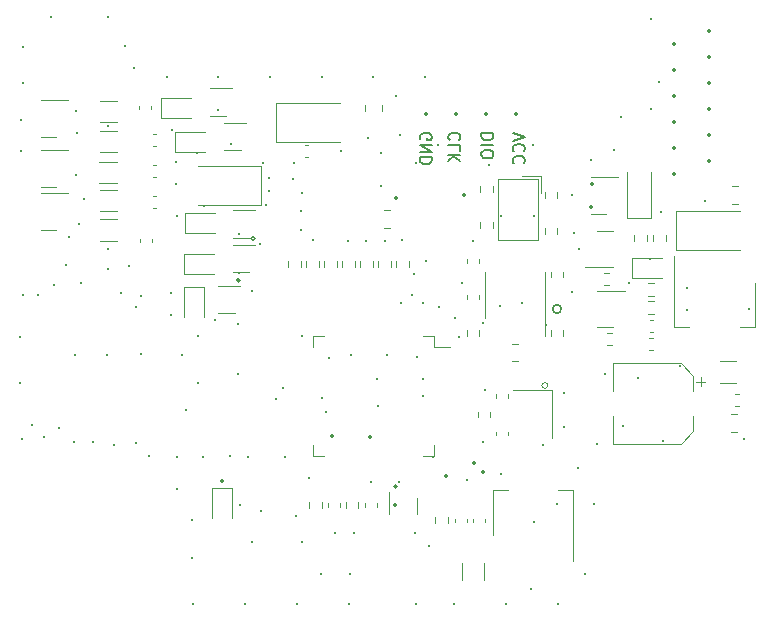
<source format=gbr>
%TF.GenerationSoftware,KiCad,Pcbnew,(6.0.5)*%
%TF.CreationDate,2022-08-10T11:04:23+08:00*%
%TF.ProjectId,SX7H02050048,53583748-3032-4303-9530-3034382e6b69,rev?*%
%TF.SameCoordinates,PX59a5380PY6d321a0*%
%TF.FileFunction,Legend,Bot*%
%TF.FilePolarity,Positive*%
%FSLAX46Y46*%
G04 Gerber Fmt 4.6, Leading zero omitted, Abs format (unit mm)*
G04 Created by KiCad (PCBNEW (6.0.5)) date 2022-08-10 11:04:23*
%MOMM*%
%LPD*%
G01*
G04 APERTURE LIST*
%ADD10C,0.150000*%
%ADD11C,0.120000*%
%ADD12C,0.200000*%
%ADD13C,0.300000*%
%ADD14C,0.350000*%
G04 APERTURE END LIST*
D10*
X140694210Y-88392000D02*
G75*
G03*
X140694210Y-88392000I-359210J0D01*
G01*
X132056142Y-74080761D02*
X132103761Y-74033142D01*
X132151380Y-73890285D01*
X132151380Y-73795047D01*
X132103761Y-73652190D01*
X132008523Y-73556952D01*
X131913285Y-73509333D01*
X131722809Y-73461714D01*
X131579952Y-73461714D01*
X131389476Y-73509333D01*
X131294238Y-73556952D01*
X131199000Y-73652190D01*
X131151380Y-73795047D01*
X131151380Y-73890285D01*
X131199000Y-74033142D01*
X131246619Y-74080761D01*
X132151380Y-74985523D02*
X132151380Y-74509333D01*
X131151380Y-74509333D01*
X132151380Y-75318857D02*
X131151380Y-75318857D01*
X132151380Y-75890285D02*
X131579952Y-75461714D01*
X131151380Y-75890285D02*
X131722809Y-75318857D01*
X134945380Y-73525190D02*
X133945380Y-73525190D01*
X133945380Y-73763285D01*
X133993000Y-73906142D01*
X134088238Y-74001380D01*
X134183476Y-74049000D01*
X134373952Y-74096619D01*
X134516809Y-74096619D01*
X134707285Y-74049000D01*
X134802523Y-74001380D01*
X134897761Y-73906142D01*
X134945380Y-73763285D01*
X134945380Y-73525190D01*
X134945380Y-74525190D02*
X133945380Y-74525190D01*
X133945380Y-75191857D02*
X133945380Y-75382333D01*
X133993000Y-75477571D01*
X134088238Y-75572809D01*
X134278714Y-75620428D01*
X134612047Y-75620428D01*
X134802523Y-75572809D01*
X134897761Y-75477571D01*
X134945380Y-75382333D01*
X134945380Y-75191857D01*
X134897761Y-75096619D01*
X134802523Y-75001380D01*
X134612047Y-74953761D01*
X134278714Y-74953761D01*
X134088238Y-75001380D01*
X133993000Y-75096619D01*
X133945380Y-75191857D01*
X128786000Y-74041095D02*
X128738380Y-73945857D01*
X128738380Y-73803000D01*
X128786000Y-73660142D01*
X128881238Y-73564904D01*
X128976476Y-73517285D01*
X129166952Y-73469666D01*
X129309809Y-73469666D01*
X129500285Y-73517285D01*
X129595523Y-73564904D01*
X129690761Y-73660142D01*
X129738380Y-73803000D01*
X129738380Y-73898238D01*
X129690761Y-74041095D01*
X129643142Y-74088714D01*
X129309809Y-74088714D01*
X129309809Y-73898238D01*
X129738380Y-74517285D02*
X128738380Y-74517285D01*
X129738380Y-75088714D01*
X128738380Y-75088714D01*
X129738380Y-75564904D02*
X128738380Y-75564904D01*
X128738380Y-75803000D01*
X128786000Y-75945857D01*
X128881238Y-76041095D01*
X128976476Y-76088714D01*
X129166952Y-76136333D01*
X129309809Y-76136333D01*
X129500285Y-76088714D01*
X129595523Y-76041095D01*
X129690761Y-75945857D01*
X129738380Y-75803000D01*
X129738380Y-75564904D01*
X136612380Y-73469666D02*
X137612380Y-73803000D01*
X136612380Y-74136333D01*
X137517142Y-75041095D02*
X137564761Y-74993476D01*
X137612380Y-74850619D01*
X137612380Y-74755380D01*
X137564761Y-74612523D01*
X137469523Y-74517285D01*
X137374285Y-74469666D01*
X137183809Y-74422047D01*
X137040952Y-74422047D01*
X136850476Y-74469666D01*
X136755238Y-74517285D01*
X136660000Y-74612523D01*
X136612380Y-74755380D01*
X136612380Y-74850619D01*
X136660000Y-74993476D01*
X136707619Y-75041095D01*
X137517142Y-76041095D02*
X137564761Y-75993476D01*
X137612380Y-75850619D01*
X137612380Y-75755380D01*
X137564761Y-75612523D01*
X137469523Y-75517285D01*
X137374285Y-75469666D01*
X137183809Y-75422047D01*
X137040952Y-75422047D01*
X136850476Y-75469666D01*
X136755238Y-75517285D01*
X136660000Y-75612523D01*
X136612380Y-75755380D01*
X136612380Y-75850619D01*
X136660000Y-75993476D01*
X136707619Y-76041095D01*
D11*
%TO.C,D104*%
X115312400Y-79628000D02*
X109912400Y-79628000D01*
X115312400Y-76328000D02*
X109912400Y-76328000D01*
X115312400Y-76328000D02*
X115312400Y-79628000D01*
%TO.C,C148*%
X136517748Y-92810000D02*
X137040252Y-92810000D01*
X136517748Y-91340000D02*
X137040252Y-91340000D01*
%TO.C,L105*%
X127776500Y-84819258D02*
X127776500Y-84344742D01*
X126731500Y-84819258D02*
X126731500Y-84344742D01*
%TO.C,R134*%
X118632500Y-84819258D02*
X118632500Y-84344742D01*
X117587500Y-84819258D02*
X117587500Y-84344742D01*
%TO.C,R154*%
X139812500Y-90186742D02*
X139812500Y-90661258D01*
X140857500Y-90186742D02*
X140857500Y-90661258D01*
%TO.C,D7*%
X108812200Y-81926800D02*
X108812200Y-80226800D01*
X108812200Y-80226800D02*
X111362200Y-80226800D01*
X108812200Y-81926800D02*
X111362200Y-81926800D01*
%TO.C,R152*%
X139812500Y-85233742D02*
X139812500Y-85708258D01*
X140857500Y-85233742D02*
X140857500Y-85708258D01*
%TO.C,R102*%
X144288742Y-85329500D02*
X144763258Y-85329500D01*
X144288742Y-86374500D02*
X144763258Y-86374500D01*
%TO.C,C139*%
X105945400Y-71463780D02*
X105945400Y-71182620D01*
X104925400Y-71463780D02*
X104925400Y-71182620D01*
%TO.C,D6*%
X106780200Y-72198600D02*
X109330200Y-72198600D01*
X106780200Y-72198600D02*
X106780200Y-70498600D01*
X106780200Y-70498600D02*
X109330200Y-70498600D01*
%TO.C,D105*%
X116538800Y-70943200D02*
X121938800Y-70943200D01*
X116538800Y-74243200D02*
X121938800Y-74243200D01*
X116538800Y-74243200D02*
X116538800Y-70943200D01*
%TO.C,C114*%
X136222200Y-95617420D02*
X136222200Y-95898580D01*
X135202200Y-95617420D02*
X135202200Y-95898580D01*
%TO.C,C109*%
X124078000Y-71635252D02*
X124078000Y-71112748D01*
X125548000Y-71635252D02*
X125548000Y-71112748D01*
%TO.C,R103*%
X148561658Y-86236500D02*
X148087142Y-86236500D01*
X148561658Y-87281500D02*
X148087142Y-87281500D01*
%TO.C,R115*%
X125207500Y-84819258D02*
X125207500Y-84344742D01*
X126252500Y-84819258D02*
X126252500Y-84344742D01*
%TO.C,R106*%
X147947500Y-82137742D02*
X147947500Y-82612258D01*
X146902500Y-82137742D02*
X146902500Y-82612258D01*
%TO.C,C111*%
X133221000Y-106439580D02*
X133221000Y-106158420D01*
X134241000Y-106439580D02*
X134241000Y-106158420D01*
%TO.C,C132*%
X125722748Y-81507000D02*
X126245252Y-81507000D01*
X125722748Y-80037000D02*
X126245252Y-80037000D01*
%TO.C,R147*%
X101611336Y-75104600D02*
X103065464Y-75104600D01*
X101611336Y-73284600D02*
X103065464Y-73284600D01*
%TO.C,D8*%
X97282000Y-81671600D02*
X97932000Y-81671600D01*
X97282000Y-81671600D02*
X96632000Y-81671600D01*
X97282000Y-78551600D02*
X96632000Y-78551600D01*
X97282000Y-78551600D02*
X98957000Y-78551600D01*
%TO.C,R135*%
X119111500Y-84344742D02*
X119111500Y-84819258D01*
X120156500Y-84344742D02*
X120156500Y-84819258D01*
%TO.C,D3*%
X146700000Y-85775000D02*
X149250000Y-85775000D01*
X146700000Y-85775000D02*
X146700000Y-84075000D01*
X146700000Y-84075000D02*
X149250000Y-84075000D01*
%TO.C,R114*%
X124728500Y-84344742D02*
X124728500Y-84819258D01*
X123683500Y-84344742D02*
X123683500Y-84819258D01*
%TO.C,R144*%
X101602136Y-77745000D02*
X103056264Y-77745000D01*
X101602136Y-75925000D02*
X103056264Y-75925000D01*
%TO.C,Q106*%
X114288800Y-85259400D02*
X112888800Y-85259400D01*
X112888800Y-82939400D02*
X114788800Y-82939400D01*
D12*
X114754800Y-82448400D02*
G75*
G03*
X114754800Y-82448400I-150000J0D01*
G01*
D11*
%TO.C,Q103*%
X112333000Y-72026000D02*
X110933000Y-72026000D01*
X110933000Y-69706000D02*
X112833000Y-69706000D01*
%TO.C,R146*%
X101634936Y-78312600D02*
X103089064Y-78312600D01*
X101634936Y-80132600D02*
X103089064Y-80132600D01*
%TO.C,D101*%
X146275000Y-80700000D02*
X146275000Y-76800000D01*
X148275000Y-80700000D02*
X146275000Y-80700000D01*
X148275000Y-80700000D02*
X148275000Y-76800000D01*
%TO.C,R151*%
X140349500Y-82025258D02*
X140349500Y-81550742D01*
X139304500Y-82025258D02*
X139304500Y-81550742D01*
%TO.C,C110*%
X131697000Y-106439580D02*
X131697000Y-106158420D01*
X132717000Y-106439580D02*
X132717000Y-106158420D01*
%TO.C,U104*%
X134219000Y-87249000D02*
X134219000Y-85299000D01*
X139339000Y-87249000D02*
X139339000Y-90699000D01*
X134219000Y-87249000D02*
X134219000Y-89199000D01*
X139339000Y-87249000D02*
X139339000Y-85299000D01*
%TO.C,R150*%
X134888500Y-81042742D02*
X134888500Y-81517258D01*
X133843500Y-81042742D02*
X133843500Y-81517258D01*
%TO.C,R105*%
X148502500Y-82137742D02*
X148502500Y-82612258D01*
X149547500Y-82137742D02*
X149547500Y-82612258D01*
%TO.C,D10*%
X108751000Y-86561800D02*
X108751000Y-89111800D01*
X108751000Y-86561800D02*
X110451000Y-86561800D01*
X110451000Y-86561800D02*
X110451000Y-89111800D01*
%TO.C,D108*%
X143875000Y-77240000D02*
X143225000Y-77240000D01*
X143875000Y-80360000D02*
X144525000Y-80360000D01*
X143875000Y-77240000D02*
X145550000Y-77240000D01*
X143875000Y-80360000D02*
X143225000Y-80360000D01*
%TO.C,C105*%
X155434420Y-95629000D02*
X155715580Y-95629000D01*
X155434420Y-96649000D02*
X155715580Y-96649000D01*
%TO.C,U101*%
X141713000Y-109764000D02*
X141713000Y-103754000D01*
X134893000Y-103754000D02*
X136153000Y-103754000D01*
X134893000Y-107514000D02*
X134893000Y-103754000D01*
X141713000Y-103754000D02*
X140453000Y-103754000D01*
%TO.C,U102*%
X129925600Y-90648000D02*
X129925600Y-91598000D01*
X119705600Y-100868000D02*
X119705600Y-99918000D01*
X120655600Y-90648000D02*
X119705600Y-90648000D01*
X120655600Y-100868000D02*
X119705600Y-100868000D01*
X119705600Y-90648000D02*
X119705600Y-91598000D01*
X128975600Y-100868000D02*
X129925600Y-100868000D01*
X129925600Y-91598000D02*
X131265600Y-91598000D01*
X128975600Y-90648000D02*
X129925600Y-90648000D01*
X129925600Y-100868000D02*
X129925600Y-99918000D01*
%TO.C,D103*%
X144399000Y-89952000D02*
X143749000Y-89952000D01*
X144399000Y-86832000D02*
X143749000Y-86832000D01*
X144399000Y-89952000D02*
X145049000Y-89952000D01*
X144399000Y-86832000D02*
X146074000Y-86832000D01*
%TO.C,Q107*%
X113552200Y-74947000D02*
X112152200Y-74947000D01*
X112152200Y-72627000D02*
X114052200Y-72627000D01*
%TO.C,R101*%
X144542742Y-90409500D02*
X145017258Y-90409500D01*
X144542742Y-91454500D02*
X145017258Y-91454500D01*
%TO.C,D4*%
X112864000Y-103529000D02*
X112864000Y-106079000D01*
X111164000Y-103529000D02*
X111164000Y-106079000D01*
X111164000Y-103529000D02*
X112864000Y-103529000D01*
%TO.C,R145*%
X101611336Y-80784600D02*
X103065464Y-80784600D01*
X101611336Y-82604600D02*
X103065464Y-82604600D01*
%TO.C,Q104*%
X112888800Y-80043800D02*
X114788800Y-80043800D01*
X114288800Y-82363800D02*
X112888800Y-82363800D01*
%TO.C,C141*%
X106072400Y-82460220D02*
X106072400Y-82741380D01*
X105052400Y-82460220D02*
X105052400Y-82741380D01*
%TO.C,Q101*%
X144399000Y-81752000D02*
X145049000Y-81752000D01*
X144399000Y-84872000D02*
X145049000Y-84872000D01*
X144399000Y-84872000D02*
X142724000Y-84872000D01*
X144399000Y-81752000D02*
X143749000Y-81752000D01*
%TO.C,C101*%
X155709252Y-78005000D02*
X155186748Y-78005000D01*
X155709252Y-79475000D02*
X155186748Y-79475000D01*
%TO.C,C146*%
X133733000Y-84468580D02*
X133733000Y-84187420D01*
X132713000Y-84468580D02*
X132713000Y-84187420D01*
%TO.C,R104*%
X148087142Y-88805500D02*
X148561658Y-88805500D01*
X148087142Y-87760500D02*
X148561658Y-87760500D01*
%TO.C,R136*%
X122159500Y-84344742D02*
X122159500Y-84819258D01*
X123204500Y-84344742D02*
X123204500Y-84819258D01*
%TO.C,R111*%
X134659900Y-97095542D02*
X134659900Y-97570058D01*
X133614900Y-97095542D02*
X133614900Y-97570058D01*
%TO.C,C106*%
X120927400Y-104837620D02*
X120927400Y-105118780D01*
X121947400Y-104837620D02*
X121947400Y-105118780D01*
%TO.C,R113*%
X120635500Y-84344742D02*
X120635500Y-84819258D01*
X121680500Y-84344742D02*
X121680500Y-84819258D01*
%TO.C,D9*%
X97282000Y-74970200D02*
X98957000Y-74970200D01*
X97282000Y-74970200D02*
X96632000Y-74970200D01*
X97282000Y-78090200D02*
X96632000Y-78090200D01*
X97282000Y-78090200D02*
X97932000Y-78090200D01*
%TO.C,R149*%
X139304500Y-78502742D02*
X139304500Y-78977258D01*
X140349500Y-78502742D02*
X140349500Y-78977258D01*
%TO.C,R153*%
X132700500Y-90186742D02*
X132700500Y-90661258D01*
X133745500Y-90186742D02*
X133745500Y-90661258D01*
%TO.C,R107*%
X119365500Y-104740942D02*
X119365500Y-105215458D01*
X120410500Y-104740942D02*
X120410500Y-105215458D01*
%TO.C,C147*%
X132713000Y-87516580D02*
X132713000Y-87235420D01*
X133733000Y-87516580D02*
X133733000Y-87235420D01*
%TO.C,D102*%
X150397000Y-83438000D02*
X150397000Y-80138000D01*
X150397000Y-83438000D02*
X155797000Y-83438000D01*
X150397000Y-80138000D02*
X155797000Y-80138000D01*
%TO.C,C108*%
X134133000Y-109905748D02*
X134133000Y-111328252D01*
X132313000Y-109905748D02*
X132313000Y-111328252D01*
%TO.C,L101*%
X148452580Y-91897000D02*
X148171420Y-91897000D01*
X148452580Y-90877000D02*
X148171420Y-90877000D01*
%TO.C,C140*%
X106107620Y-77243400D02*
X106388780Y-77243400D01*
X106107620Y-76223400D02*
X106388780Y-76223400D01*
%TO.C,R108*%
X122464300Y-104740942D02*
X122464300Y-105215458D01*
X123509300Y-104740942D02*
X123509300Y-105215458D01*
%TO.C,C107*%
X155059748Y-97309000D02*
X155582252Y-97309000D01*
X155059748Y-98779000D02*
X155582252Y-98779000D01*
%TO.C,D2*%
X126144800Y-105765400D02*
X126144800Y-103865400D01*
X128464800Y-104365400D02*
X128464800Y-105765400D01*
D12*
X126819800Y-103414400D02*
G75*
G03*
X126819800Y-103414400I-150000J0D01*
G01*
D11*
%TO.C,C102*%
X148183820Y-90373000D02*
X148464980Y-90373000D01*
X148183820Y-89353000D02*
X148464980Y-89353000D01*
%TO.C,C103*%
X154101748Y-94636000D02*
X155524252Y-94636000D01*
X154101748Y-92816000D02*
X155524252Y-92816000D01*
%TO.C,R117*%
X131078500Y-106009042D02*
X131078500Y-106483558D01*
X130033500Y-106009042D02*
X130033500Y-106483558D01*
%TO.C,D5*%
X97307400Y-73797600D02*
X97957400Y-73797600D01*
X97307400Y-70677600D02*
X96657400Y-70677600D01*
X97307400Y-70677600D02*
X98982400Y-70677600D01*
X97307400Y-73797600D02*
X96657400Y-73797600D01*
%TO.C,Y101*%
X136653000Y-95282000D02*
X139953000Y-95282000D01*
X139953000Y-95282000D02*
X139953000Y-99282000D01*
X139569000Y-94869000D02*
G75*
G03*
X139569000Y-94869000I-250000J0D01*
G01*
%TO.C,C142*%
X106107620Y-79808800D02*
X106388780Y-79808800D01*
X106107620Y-78788800D02*
X106388780Y-78788800D01*
%TO.C,R148*%
X134888500Y-77994742D02*
X134888500Y-78469258D01*
X133843500Y-77994742D02*
X133843500Y-78469258D01*
%TO.C,L104*%
X138772100Y-77388400D02*
X138772100Y-82578400D01*
X138772100Y-77388400D02*
X135352100Y-77388400D01*
X138772100Y-82578400D02*
X135352100Y-82578400D01*
X139012100Y-77138400D02*
X137412100Y-77138400D01*
X135352100Y-77388400D02*
X135352100Y-82578400D01*
X139012100Y-77138400D02*
X139012100Y-78583400D01*
%TO.C,C112*%
X119010820Y-74470800D02*
X119291980Y-74470800D01*
X119010820Y-75490800D02*
X119291980Y-75490800D01*
%TO.C,C104*%
X151873000Y-94047437D02*
X150808563Y-92983000D01*
X151873000Y-94047437D02*
X151873000Y-95333000D01*
X151873000Y-98738563D02*
X150808563Y-99803000D01*
X152506750Y-94151750D02*
X152506750Y-94939250D01*
X151873000Y-98738563D02*
X151873000Y-97453000D01*
X145053000Y-99803000D02*
X145053000Y-97453000D01*
X150808563Y-99803000D02*
X145053000Y-99803000D01*
X152900500Y-94545500D02*
X152113000Y-94545500D01*
X145053000Y-92983000D02*
X145053000Y-95333000D01*
X150808563Y-92983000D02*
X145053000Y-92983000D01*
%TO.C,L102*%
X124051600Y-105118780D02*
X124051600Y-104837620D01*
X125071600Y-105118780D02*
X125071600Y-104837620D01*
%TO.C,D11*%
X108786800Y-85406600D02*
X111336800Y-85406600D01*
X108786800Y-85406600D02*
X108786800Y-83706600D01*
X108786800Y-83706600D02*
X111336800Y-83706600D01*
%TO.C,C115*%
X135202200Y-99098980D02*
X135202200Y-98817820D01*
X136222200Y-99098980D02*
X136222200Y-98817820D01*
%TO.C,D12*%
X108024800Y-75094200D02*
X110574800Y-75094200D01*
X108024800Y-75094200D02*
X108024800Y-73394200D01*
X108024800Y-73394200D02*
X110574800Y-73394200D01*
%TO.C,R143*%
X101611336Y-70784600D02*
X103065464Y-70784600D01*
X101611336Y-72604600D02*
X103065464Y-72604600D01*
%TO.C,Q102*%
X157080000Y-86161000D02*
X157080000Y-89921000D01*
X150260000Y-89921000D02*
X151520000Y-89921000D01*
X157080000Y-89921000D02*
X155820000Y-89921000D01*
X150260000Y-83911000D02*
X150260000Y-89921000D01*
%TO.C,C143*%
X106134820Y-74627200D02*
X106415980Y-74627200D01*
X106134820Y-73607200D02*
X106415980Y-73607200D01*
%TO.C,Q105*%
X111644200Y-86444600D02*
X113544200Y-86444600D01*
X113044200Y-88764600D02*
X111644200Y-88764600D01*
D12*
X113510200Y-85953600D02*
G75*
G03*
X113510200Y-85953600I-150000J0D01*
G01*
%TD*%
D13*
X156210000Y-99441000D03*
X143510000Y-104902000D03*
X142748000Y-110871000D03*
X143764000Y-99822000D03*
X142113000Y-101854000D03*
X143256000Y-75819000D03*
X145161000Y-74930000D03*
X107696000Y-88900000D03*
X117348000Y-100965000D03*
X109474000Y-106299000D03*
X102362000Y-72898000D03*
X99618800Y-77038200D03*
X99720400Y-73482200D03*
X99644200Y-71653400D03*
X99847400Y-81203800D03*
X100310151Y-79100468D03*
X108102400Y-75946000D03*
X115290600Y-105537000D03*
X107772200Y-73228200D03*
X108153200Y-80492600D03*
X110439200Y-79654400D03*
X109855000Y-75158600D03*
X115925600Y-77317600D03*
X114554000Y-86893400D03*
X118237000Y-105918000D03*
X128295400Y-107365800D03*
X122834400Y-110845600D03*
X120319800Y-110871000D03*
X115925600Y-78435200D03*
X113538000Y-105029000D03*
X112649000Y-100838000D03*
X108204000Y-100965000D03*
X109956600Y-94665800D03*
X109956600Y-90678000D03*
X127076200Y-73634600D03*
X124333000Y-73914000D03*
X125399800Y-75209400D03*
X122072400Y-75006200D03*
X118694200Y-81686400D03*
X118668800Y-80086200D03*
X115214400Y-82931000D03*
X113309400Y-89662000D03*
X113360200Y-93903800D03*
X129184400Y-68783200D03*
X107289600Y-68783200D03*
X116047520Y-68783200D03*
X120426480Y-68783200D03*
X113385600Y-85344000D03*
X118033800Y-76047600D03*
X115417600Y-76022200D03*
X111379000Y-89306400D03*
X111633000Y-71526400D03*
X113411000Y-82067400D03*
X102362000Y-84988400D03*
X102311200Y-83337400D03*
X107696000Y-87045800D03*
X108102400Y-77851000D03*
X112776000Y-74447400D03*
X118719600Y-108127800D03*
X123113800Y-107340400D03*
X121539000Y-107391200D03*
X114185100Y-100939600D03*
X110350900Y-100939600D03*
D14*
X111988600Y-102920800D03*
D13*
X102362000Y-63703200D03*
X130302000Y-74549000D03*
X97536000Y-63652400D03*
X121031000Y-92583000D03*
X94996000Y-75000000D03*
X141605000Y-86995000D03*
X145796000Y-72136000D03*
X109499400Y-113411000D03*
X111668560Y-68783200D03*
D14*
X130938280Y-102576500D03*
D13*
X148336000Y-63881000D03*
X125984000Y-92329000D03*
X116586000Y-96012000D03*
X99415600Y-99632900D03*
X140970000Y-95504000D03*
X114528600Y-108127800D03*
X149175000Y-80225000D03*
X140462000Y-113411000D03*
X150749000Y-93218000D03*
X140970000Y-98425000D03*
X128422400Y-113411000D03*
X132285506Y-86185110D03*
X117144800Y-95097600D03*
X138303000Y-74549000D03*
X129514600Y-108432600D03*
X101041200Y-99632900D03*
D14*
X126746000Y-78994000D03*
D13*
X118008400Y-77419200D03*
X132715000Y-102895400D03*
X97713800Y-86385400D03*
X140335000Y-104902000D03*
X118745000Y-90678000D03*
X96875600Y-99212400D03*
X122769084Y-113411000D03*
X131615540Y-113411000D03*
X134239000Y-95250000D03*
X139192000Y-99949000D03*
X138430000Y-106426000D03*
X135636000Y-102362000D03*
X156591000Y-88392000D03*
X105079800Y-87274400D03*
X151384000Y-88519000D03*
X95148400Y-87172800D03*
X141650000Y-78725000D03*
X103784400Y-66090800D03*
X137414000Y-87884000D03*
X142174047Y-83313290D03*
X128397000Y-76073000D03*
X96418400Y-87172800D03*
X138176000Y-112141000D03*
X125222000Y-96647000D03*
D14*
X132461000Y-78740000D03*
D13*
X131699000Y-89154000D03*
X148336000Y-71501000D03*
X95046800Y-99364800D03*
X95148400Y-66192400D03*
X125095000Y-94361000D03*
X109474000Y-109474000D03*
X104698800Y-88265000D03*
X125476000Y-77978000D03*
X104495600Y-67970400D03*
X144373600Y-93878400D03*
X129286000Y-84328000D03*
X134112000Y-99695000D03*
X118345856Y-113411000D03*
X120777000Y-97155000D03*
X134620000Y-76200000D03*
X94996000Y-72390000D03*
X94894400Y-90728800D03*
X95148400Y-69291200D03*
X115697000Y-79552800D03*
D14*
X121310400Y-99187000D03*
X126605300Y-105003600D03*
D13*
X102819200Y-99872800D03*
X148971000Y-69215000D03*
X147193000Y-94234000D03*
X145923000Y-98298000D03*
X128524000Y-92456000D03*
X105791000Y-100838000D03*
X100050600Y-86182200D03*
X113922628Y-113411000D03*
X94894400Y-94640400D03*
X124805440Y-68783200D03*
X152908000Y-79248000D03*
X149352000Y-99568000D03*
X136038768Y-113411000D03*
X108204000Y-103632000D03*
X119380000Y-102743000D03*
D14*
X124510800Y-99237800D03*
D13*
X130368000Y-88199000D03*
X128270000Y-85471000D03*
X120466460Y-95923410D03*
X135509000Y-88138000D03*
D14*
X134112000Y-102235000D03*
D13*
X129032000Y-94361000D03*
D14*
X133324600Y-101447600D03*
D13*
X126738000Y-70350000D03*
X129032000Y-95758000D03*
X127254000Y-82550000D03*
D14*
X143280000Y-77790000D03*
X143230000Y-79790000D03*
D13*
X133223000Y-82677000D03*
X141800000Y-81950000D03*
X146411500Y-86168500D03*
X105156000Y-92202000D03*
X103403400Y-87020400D03*
X102209600Y-92252800D03*
X98983800Y-82321400D03*
X108559600Y-92250900D03*
X104114600Y-84759800D03*
X99517200Y-92250900D03*
X98806000Y-84632800D03*
X129032000Y-87884000D03*
X127127000Y-87884000D03*
X129844800Y-100914200D03*
X138430000Y-80518000D03*
X135636000Y-80518000D03*
X122936000Y-92329000D03*
X104698800Y-99720400D03*
X108915200Y-96977200D03*
X98145600Y-98501200D03*
X95910400Y-98196400D03*
X134112000Y-89599000D03*
X132080000Y-90805000D03*
X139446000Y-89724000D03*
X151370000Y-86614000D03*
X119659400Y-82575400D03*
X124206000Y-82677000D03*
X125769500Y-82671616D03*
X118745000Y-78562200D03*
X122682000Y-82677000D03*
X124561600Y-103073200D03*
X127000000Y-103047800D03*
X128065600Y-87171600D03*
X148225000Y-84205000D03*
D14*
X136896000Y-71882000D03*
X134356000Y-71882000D03*
X131816000Y-71882000D03*
X129276000Y-71882000D03*
X153250000Y-75850000D03*
X153250000Y-73650000D03*
X153250000Y-71450000D03*
X153250000Y-69250000D03*
X153250000Y-67050000D03*
X153250000Y-64850000D03*
X150250000Y-76950000D03*
X150250000Y-74750000D03*
X150250000Y-72550000D03*
X150250000Y-70350000D03*
X150250000Y-68150000D03*
X150250000Y-65950000D03*
M02*

</source>
